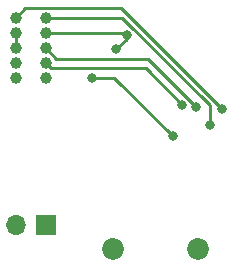
<source format=gbr>
%TF.GenerationSoftware,KiCad,Pcbnew,5.1.6*%
%TF.CreationDate,2021-04-23T20:37:08+02:00*%
%TF.ProjectId,prog,70726f67-2e6b-4696-9361-645f70636258,rev?*%
%TF.SameCoordinates,Original*%
%TF.FileFunction,Copper,L2,Bot*%
%TF.FilePolarity,Positive*%
%FSLAX46Y46*%
G04 Gerber Fmt 4.6, Leading zero omitted, Abs format (unit mm)*
G04 Created by KiCad (PCBNEW 5.1.6) date 2021-04-23 20:37:08*
%MOMM*%
%LPD*%
G01*
G04 APERTURE LIST*
%TA.AperFunction,ComponentPad*%
%ADD10C,1.850000*%
%TD*%
%TA.AperFunction,ComponentPad*%
%ADD11C,1.000000*%
%TD*%
%TA.AperFunction,ComponentPad*%
%ADD12O,1.700000X1.700000*%
%TD*%
%TA.AperFunction,ComponentPad*%
%ADD13R,1.700000X1.700000*%
%TD*%
%TA.AperFunction,ViaPad*%
%ADD14C,0.800000*%
%TD*%
%TA.AperFunction,Conductor*%
%ADD15C,0.250000*%
%TD*%
G04 APERTURE END LIST*
D10*
%TO.P,J2,MH2*%
%TO.N,GND*%
X65188000Y-162560000D03*
%TO.P,J2,MH1*%
X58038000Y-162560000D03*
%TD*%
D11*
%TO.P,J3,10*%
%TO.N,CDONE*%
X49784000Y-148082000D03*
%TO.P,J3,9*%
%TO.N,+5V*%
X52324000Y-148082000D03*
%TO.P,J3,8*%
%TO.N,CRESET*%
X49784000Y-146812000D03*
%TO.P,J3,7*%
%TO.N,CS*%
X52324000Y-146812000D03*
%TO.P,J3,6*%
%TO.N,GND*%
X49784000Y-145542000D03*
%TO.P,J3,5*%
%TO.N,MISO*%
X52324000Y-145542000D03*
%TO.P,J3,4*%
%TO.N,GND*%
X49784000Y-144272000D03*
%TO.P,J3,3*%
%TO.N,+3V3*%
X52324000Y-144272000D03*
%TO.P,J3,2*%
%TO.N,MOSI*%
X49784000Y-143002000D03*
%TO.P,J3,1*%
%TO.N,SCK*%
X52324000Y-143002000D03*
%TD*%
D12*
%TO.P,J1,2*%
%TO.N,+5V*%
X49784000Y-160528000D03*
D13*
%TO.P,J1,1*%
%TO.N,Net-(J1-Pad1)*%
X52324000Y-160528000D03*
%TD*%
D14*
%TO.N,+3V3*%
X58312700Y-145673900D03*
X59189000Y-144470900D03*
%TO.N,MISO*%
X65101200Y-150535800D03*
%TO.N,MOSI*%
X67236100Y-150718000D03*
%TO.N,SCK*%
X66235000Y-152098000D03*
%TO.N,CS*%
X63912000Y-150378300D03*
%TO.N,Net-(C5-Pad1)*%
X63114200Y-153051500D03*
X56221900Y-148079000D03*
%TD*%
D15*
%TO.N,GND*%
X49784000Y-145542000D02*
X49784000Y-144272000D01*
%TO.N,+3V3*%
X58312700Y-145673900D02*
X59189000Y-144797600D01*
X59189000Y-144797600D02*
X59189000Y-144470900D01*
X52324000Y-144272000D02*
X58990100Y-144272000D01*
X58990100Y-144272000D02*
X59189000Y-144470900D01*
%TO.N,MISO*%
X52324000Y-145542000D02*
X53243000Y-146461000D01*
X53243000Y-146461000D02*
X61026400Y-146461000D01*
X61026400Y-146461000D02*
X65101200Y-150535800D01*
%TO.N,MOSI*%
X49784000Y-143002000D02*
X50617900Y-142168100D01*
X50617900Y-142168100D02*
X58686200Y-142168100D01*
X58686200Y-142168100D02*
X67236100Y-150718000D01*
%TO.N,SCK*%
X52324000Y-143002000D02*
X58812600Y-143002000D01*
X58812600Y-143002000D02*
X66235000Y-150424400D01*
X66235000Y-150424400D02*
X66235000Y-152098000D01*
%TO.N,CS*%
X52324000Y-146812000D02*
X52768600Y-147256600D01*
X52768600Y-147256600D02*
X60790300Y-147256600D01*
X60790300Y-147256600D02*
X63912000Y-150378300D01*
%TO.N,Net-(C5-Pad1)*%
X56221900Y-148079000D02*
X58141700Y-148079000D01*
X58141700Y-148079000D02*
X63114200Y-153051500D01*
%TD*%
M02*

</source>
